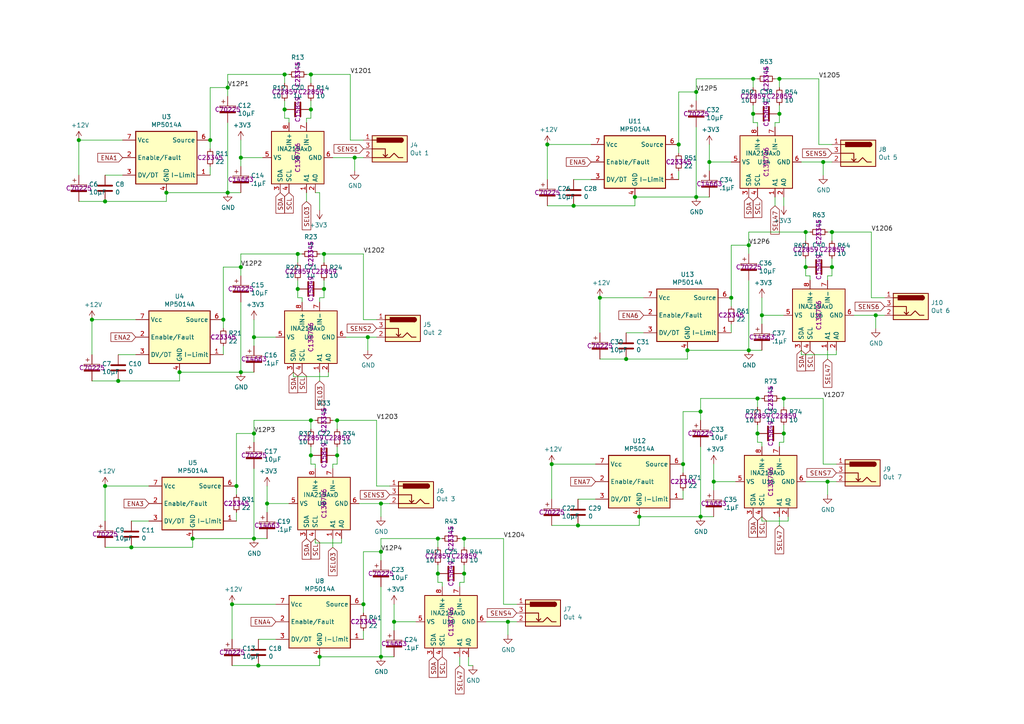
<source format=kicad_sch>
(kicad_sch (version 20220104) (generator eeschema)
  (paper "A4")
  (junction (at 73.66 97.79) (diameter 1.016))
  (junction (at 114.3 180.34) (diameter 1.016))
  (junction (at 166.37 59.69) (diameter 1.016))
  (junction (at 69.85 107.95) (diameter 1.016))
  (junction (at 127 156.21) (diameter 1.016))
  (junction (at 105.41 175.26) (diameter 1.016))
  (junction (at 184.15 57.15) (diameter 1.016))
  (junction (at 110.49 160.02) (diameter 1.016))
  (junction (at 201.93 57.15) (diameter 1.016))
  (junction (at 66.04 55.88) (diameter 1.016))
  (junction (at 86.36 73.66) (diameter 1.016))
  (junction (at 241.3 67.31) (diameter 1.016))
  (junction (at 173.99 86.36) (diameter 1.016))
  (junction (at 73.66 156.21) (diameter 1.016))
  (junction (at 220.98 91.44) (diameter 1.016))
  (junction (at 26.67 92.71) (diameter 1.016))
  (junction (at 134.62 156.21) (diameter 1.016))
  (junction (at 48.26 55.88) (diameter 1.016))
  (junction (at 217.17 101.6) (diameter 1.016))
  (junction (at 30.48 140.97) (diameter 1.016))
  (junction (at 160.02 134.62) (diameter 1.016))
  (junction (at 92.71 190.5) (diameter 1.016))
  (junction (at 55.88 156.21) (diameter 1.016))
  (junction (at 203.2 149.86) (diameter 1.016))
  (junction (at 147.32 180.34) (diameter 1.016))
  (junction (at 218.44 33.02) (diameter 1.016))
  (junction (at 86.36 83.82) (diameter 1.016))
  (junction (at 205.74 46.99) (diameter 1.016))
  (junction (at 207.01 139.7) (diameter 1.016))
  (junction (at 217.17 71.12) (diameter 1.016))
  (junction (at 34.29 110.49) (diameter 1.016))
  (junction (at 201.93 26.67) (diameter 1.016))
  (junction (at 68.58 140.97) (diameter 1.016))
  (junction (at 73.66 125.73) (diameter 1.016))
  (junction (at 69.85 45.72) (diameter 1.016))
  (junction (at 241.3 77.47) (diameter 1.016))
  (junction (at 203.2 119.38) (diameter 1.016))
  (junction (at 90.17 121.92) (diameter 1.016))
  (junction (at 185.42 149.86) (diameter 1.016))
  (junction (at 74.93 193.04) (diameter 1.016))
  (junction (at 198.12 134.62) (diameter 1.016))
  (junction (at 127 166.37) (diameter 1.016))
  (junction (at 64.77 92.71) (diameter 1.016))
  (junction (at 60.96 40.64) (diameter 1.016))
  (junction (at 219.71 125.73) (diameter 1.016))
  (junction (at 158.75 41.91) (diameter 1.016))
  (junction (at 106.68 97.79) (diameter 1.016))
  (junction (at 93.98 83.82) (diameter 1.016))
  (junction (at 226.06 33.02) (diameter 1.016))
  (junction (at 30.48 58.42) (diameter 1.016))
  (junction (at 196.85 41.91) (diameter 1.016))
  (junction (at 90.17 132.08) (diameter 1.016))
  (junction (at 66.04 25.4) (diameter 1.016))
  (junction (at 82.55 31.75) (diameter 1.016))
  (junction (at 240.03 139.7) (diameter 1.016))
  (junction (at 254 91.44) (diameter 1.016))
  (junction (at 226.06 22.86) (diameter 1.016))
  (junction (at 93.98 73.66) (diameter 1.016))
  (junction (at 199.39 101.6) (diameter 1.016))
  (junction (at 238.76 46.99) (diameter 1.016))
  (junction (at 218.44 22.86) (diameter 1.016))
  (junction (at 97.79 132.08) (diameter 1.016))
  (junction (at 233.68 77.47) (diameter 1.016))
  (junction (at 227.33 115.57) (diameter 1.016))
  (junction (at 90.17 21.59) (diameter 1.016))
  (junction (at 102.87 45.72) (diameter 1.016))
  (junction (at 134.62 166.37) (diameter 1.016))
  (junction (at 77.47 146.05) (diameter 1.016))
  (junction (at 110.49 190.5) (diameter 1.016))
  (junction (at 181.61 104.14) (diameter 1.016))
  (junction (at 97.79 121.92) (diameter 1.016))
  (junction (at 167.64 152.4) (diameter 1.016))
  (junction (at 52.07 107.95) (diameter 1.016))
  (junction (at 22.86 40.64) (diameter 1.016))
  (junction (at 219.71 115.57) (diameter 1.016))
  (junction (at 82.55 21.59) (diameter 1.016))
  (junction (at 233.68 67.31) (diameter 1.016))
  (junction (at 227.33 125.73) (diameter 1.016))
  (junction (at 110.49 146.05) (diameter 1.016))
  (junction (at 67.31 175.26) (diameter 1.016))
  (junction (at 38.1 158.75) (diameter 1.016))
  (junction (at 212.09 86.36) (diameter 1.016))
  (junction (at 90.17 31.75) (diameter 1.016))
  (junction (at 69.85 77.47) (diameter 1.016))
  (wire (pts (xy 220.98 91.44) (xy 220.98 86.36)))
  (wire (pts (xy 158.75 52.07) (xy 158.75 41.91)))
  (wire (pts (xy 69.85 73.66) (xy 86.36 73.66)))
  (wire (pts (xy 109.22 121.92) (xy 109.22 140.97)))
  (wire (pts (xy 96.52 121.92) (xy 97.79 121.92)))
  (wire (pts (xy 69.85 45.72) (xy 69.85 40.64)))
  (wire (pts (xy 127 168.91) (xy 127 166.37)))
  (wire (pts (xy 219.71 123.19) (xy 219.71 125.73)))
  (wire (pts (xy 30.48 58.42) (xy 48.26 58.42)))
  (wire (pts (xy 93.98 86.36) (xy 93.98 83.82)))
  (wire (pts (xy 83.82 34.29) (xy 82.55 34.29)))
  (wire (pts (xy 201.93 57.15) (xy 205.74 57.15)))
  (wire (pts (xy 110.49 190.5) (xy 114.3 190.5)))
  (wire (pts (xy 60.96 25.4) (xy 66.04 25.4)))
  (wire (pts (xy 135.89 190.5) (xy 135.89 193.04)))
  (wire (pts (xy 232.41 102.87) (xy 232.41 101.6)))
  (wire (pts (xy 242.57 101.6) (xy 242.57 102.87)))
  (wire (pts (xy 242.57 102.87) (xy 232.41 102.87)))
  (wire (pts (xy 196.85 26.67) (xy 201.93 26.67)))
  (wire (pts (xy 38.1 158.75) (xy 55.88 158.75)))
  (wire (pts (xy 196.85 49.53) (xy 196.85 52.07)))
  (wire (pts (xy 226.06 22.86) (xy 237.49 22.86)))
  (wire (pts (xy 67.31 193.04) (xy 74.93 193.04)))
  (wire (pts (xy 64.77 100.33) (xy 64.77 102.87)))
  (wire (pts (xy 133.35 190.5) (xy 133.35 193.04)))
  (wire (pts (xy 68.58 148.59) (xy 68.58 151.13)))
  (wire (pts (xy 220.98 128.27) (xy 220.98 129.54)))
  (wire (pts (xy 73.66 125.73) (xy 73.66 128.27)))
  (wire (pts (xy 55.88 158.75) (xy 55.88 156.21)))
  (wire (pts (xy 241.3 74.93) (xy 241.3 77.47)))
  (wire (pts (xy 73.66 97.79) (xy 73.66 100.33)))
  (wire (pts (xy 22.86 58.42) (xy 30.48 58.42)))
  (wire (pts (xy 181.61 104.14) (xy 199.39 104.14)))
  (wire (pts (xy 160.02 134.62) (xy 172.72 134.62)))
  (wire (pts (xy 82.55 21.59) (xy 82.55 24.13)))
  (wire (pts (xy 34.29 110.49) (xy 52.07 110.49)))
  (wire (pts (xy 238.76 115.57) (xy 238.76 134.62)))
  (wire (pts (xy 90.17 34.29) (xy 90.17 31.75)))
  (wire (pts (xy 38.1 151.13) (xy 43.18 151.13)))
  (wire (pts (xy 64.77 77.47) (xy 69.85 77.47)))
  (wire (pts (xy 201.93 22.86) (xy 218.44 22.86)))
  (wire (pts (xy 86.36 86.36) (xy 86.36 83.82)))
  (wire (pts (xy 218.44 35.56) (xy 218.44 33.02)))
  (wire (pts (xy 90.17 121.92) (xy 90.17 124.46)))
  (wire (pts (xy 127 163.83) (xy 127 166.37)))
  (wire (pts (xy 167.64 144.78) (xy 172.72 144.78)))
  (wire (pts (xy 87.63 86.36) (xy 87.63 87.63)))
  (wire (pts (xy 91.44 134.62) (xy 91.44 135.89)))
  (wire (pts (xy 30.48 158.75) (xy 38.1 158.75)))
  (wire (pts (xy 134.62 156.21) (xy 134.62 158.75)))
  (wire (pts (xy 140.97 180.34) (xy 147.32 180.34)))
  (wire (pts (xy 241.3 46.99) (xy 238.76 46.99)))
  (wire (pts (xy 224.79 35.56) (xy 226.06 35.56)))
  (wire (pts (xy 114.3 180.34) (xy 114.3 182.88)))
  (wire (pts (xy 128.27 168.91) (xy 127 168.91)))
  (wire (pts (xy 203.2 119.38) (xy 203.2 121.92)))
  (wire (pts (xy 203.2 149.86) (xy 207.01 149.86)))
  (wire (pts (xy 48.26 55.88) (xy 66.04 55.88)))
  (wire (pts (xy 240.03 80.01) (xy 241.3 80.01)))
  (wire (pts (xy 212.09 71.12) (xy 212.09 86.36)))
  (wire (pts (xy 69.85 77.47) (xy 69.85 80.01)))
  (wire (pts (xy 226.06 128.27) (xy 227.33 128.27)))
  (wire (pts (xy 220.98 151.13) (xy 220.98 149.86)))
  (wire (pts (xy 228.6 149.86) (xy 228.6 151.13)))
  (wire (pts (xy 228.6 151.13) (xy 220.98 151.13)))
  (wire (pts (xy 232.41 46.99) (xy 238.76 46.99)))
  (wire (pts (xy 205.74 46.99) (xy 205.74 41.91)))
  (wire (pts (xy 60.96 40.64) (xy 60.96 43.18)))
  (wire (pts (xy 227.33 115.57) (xy 238.76 115.57)))
  (wire (pts (xy 226.06 149.86) (xy 226.06 152.4)))
  (wire (pts (xy 105.41 160.02) (xy 110.49 160.02)))
  (wire (pts (xy 160.02 152.4) (xy 167.64 152.4)))
  (wire (pts (xy 68.58 140.97) (xy 68.58 143.51)))
  (wire (pts (xy 93.98 81.28) (xy 93.98 83.82)))
  (wire (pts (xy 184.15 57.15) (xy 201.93 57.15)))
  (wire (pts (xy 66.04 35.56) (xy 66.04 55.88)))
  (wire (pts (xy 30.48 151.13) (xy 30.48 140.97)))
  (wire (pts (xy 205.74 46.99) (xy 205.74 49.53)))
  (wire (pts (xy 146.05 156.21) (xy 146.05 175.26)))
  (wire (pts (xy 101.6 21.59) (xy 101.6 40.64)))
  (wire (pts (xy 96.52 156.21) (xy 96.52 158.75)))
  (wire (pts (xy 86.36 81.28) (xy 86.36 83.82)))
  (wire (pts (xy 105.41 175.26) (xy 105.41 177.8)))
  (wire (pts (xy 90.17 134.62) (xy 90.17 132.08)))
  (wire (pts (xy 203.2 129.54) (xy 203.2 149.86)))
  (wire (pts (xy 196.85 26.67) (xy 196.85 41.91)))
  (wire (pts (xy 90.17 21.59) (xy 90.17 24.13)))
  (wire (pts (xy 74.93 185.42) (xy 80.01 185.42)))
  (wire (pts (xy 133.35 168.91) (xy 134.62 168.91)))
  (wire (pts (xy 199.39 101.6) (xy 217.17 101.6)))
  (wire (pts (xy 77.47 146.05) (xy 77.47 140.97)))
  (wire (pts (xy 201.93 26.67) (xy 201.93 29.21)))
  (wire (pts (xy 234.95 80.01) (xy 234.95 81.28)))
  (wire (pts (xy 207.01 139.7) (xy 207.01 134.62)))
  (wire (pts (xy 219.71 128.27) (xy 219.71 125.73)))
  (wire (pts (xy 113.03 146.05) (xy 110.49 146.05)))
  (wire (pts (xy 69.85 45.72) (xy 69.85 48.26)))
  (wire (pts (xy 73.66 156.21) (xy 77.47 156.21)))
  (wire (pts (xy 30.48 50.8) (xy 35.56 50.8)))
  (wire (pts (xy 92.71 107.95) (xy 92.71 110.49)))
  (wire (pts (xy 133.35 168.91) (xy 133.35 170.18)))
  (wire (pts (xy 66.04 25.4) (xy 66.04 27.94)))
  (wire (pts (xy 92.71 86.36) (xy 92.71 87.63)))
  (wire (pts (xy 67.31 185.42) (xy 67.31 175.26)))
  (wire (pts (xy 201.93 22.86) (xy 201.93 26.67)))
  (wire (pts (xy 120.65 180.34) (xy 114.3 180.34)))
  (wire (pts (xy 185.42 152.4) (xy 185.42 149.86)))
  (wire (pts (xy 247.65 91.44) (xy 254 91.44)))
  (wire (pts (xy 224.79 57.15) (xy 224.79 59.69)))
  (wire (pts (xy 127 156.21) (xy 128.27 156.21)))
  (wire (pts (xy 69.85 73.66) (xy 69.85 77.47)))
  (wire (pts (xy 105.41 182.88) (xy 105.41 185.42)))
  (wire (pts (xy 240.03 67.31) (xy 241.3 67.31)))
  (wire (pts (xy 67.31 175.26) (xy 80.01 175.26)))
  (wire (pts (xy 104.14 146.05) (xy 110.49 146.05)))
  (wire (pts (xy 227.33 128.27) (xy 227.33 125.73)))
  (wire (pts (xy 90.17 29.21) (xy 90.17 31.75)))
  (wire (pts (xy 77.47 146.05) (xy 77.47 148.59)))
  (wire (pts (xy 213.36 139.7) (xy 207.01 139.7)))
  (wire (pts (xy 240.03 139.7) (xy 240.03 143.51)))
  (wire (pts (xy 240.03 101.6) (xy 240.03 104.14)))
  (wire (pts (xy 203.2 115.57) (xy 219.71 115.57)))
  (wire (pts (xy 88.9 34.29) (xy 88.9 35.56)))
  (wire (pts (xy 241.3 67.31) (xy 241.3 69.85)))
  (wire (pts (xy 82.55 21.59) (xy 83.82 21.59)))
  (wire (pts (xy 212.09 86.36) (xy 212.09 88.9)))
  (wire (pts (xy 166.37 52.07) (xy 171.45 52.07)))
  (wire (pts (xy 83.82 146.05) (xy 77.47 146.05)))
  (wire (pts (xy 227.33 57.15) (xy 227.33 59.69)))
  (wire (pts (xy 22.86 50.8) (xy 22.86 40.64)))
  (wire (pts (xy 237.49 22.86) (xy 237.49 41.91)))
  (wire (pts (xy 217.17 67.31) (xy 217.17 71.12)))
  (wire (pts (xy 88.9 55.88) (xy 88.9 58.42)))
  (wire (pts (xy 218.44 22.86) (xy 219.71 22.86)))
  (wire (pts (xy 224.79 22.86) (xy 226.06 22.86)))
  (wire (pts (xy 238.76 46.99) (xy 238.76 50.8)))
  (wire (pts (xy 219.71 115.57) (xy 220.98 115.57)))
  (wire (pts (xy 219.71 115.57) (xy 219.71 118.11)))
  (wire (pts (xy 66.04 55.88) (xy 69.85 55.88)))
  (wire (pts (xy 198.12 142.24) (xy 198.12 144.78)))
  (wire (pts (xy 48.26 58.42) (xy 48.26 55.88)))
  (wire (pts (xy 166.37 59.69) (xy 184.15 59.69)))
  (wire (pts (xy 92.71 193.04) (xy 92.71 190.5)))
  (wire (pts (xy 127 156.21) (xy 127 158.75)))
  (wire (pts (xy 87.63 86.36) (xy 86.36 86.36)))
  (wire (pts (xy 26.67 92.71) (xy 39.37 92.71)))
  (wire (pts (xy 69.85 107.95) (xy 73.66 107.95)))
  (wire (pts (xy 256.54 91.44) (xy 254 91.44)))
  (wire (pts (xy 218.44 22.86) (xy 218.44 25.4)))
  (wire (pts (xy 185.42 149.86) (xy 203.2 149.86)))
  (wire (pts (xy 158.75 59.69) (xy 166.37 59.69)))
  (wire (pts (xy 105.41 92.71) (xy 109.22 92.71)))
  (wire (pts (xy 217.17 71.12) (xy 217.17 73.66)))
  (wire (pts (xy 93.98 73.66) (xy 105.41 73.66)))
  (wire (pts (xy 217.17 67.31) (xy 233.68 67.31)))
  (wire (pts (xy 184.15 59.69) (xy 184.15 57.15)))
  (wire (pts (xy 97.79 134.62) (xy 97.79 132.08)))
  (wire (pts (xy 85.09 109.22) (xy 85.09 107.95)))
  (wire (pts (xy 95.25 107.95) (xy 95.25 109.22)))
  (wire (pts (xy 95.25 109.22) (xy 85.09 109.22)))
  (wire (pts (xy 110.49 170.18) (xy 110.49 190.5)))
  (wire (pts (xy 82.55 29.21) (xy 82.55 31.75)))
  (wire (pts (xy 203.2 115.57) (xy 203.2 119.38)))
  (wire (pts (xy 201.93 36.83) (xy 201.93 57.15)))
  (wire (pts (xy 106.68 97.79) (xy 106.68 101.6)))
  (wire (pts (xy 92.71 55.88) (xy 91.44 55.88)))
  (wire (pts (xy 92.71 60.96) (xy 92.71 55.88)))
  (wire (pts (xy 109.22 140.97) (xy 113.03 140.97)))
  (wire (pts (xy 110.49 156.21) (xy 110.49 160.02)))
  (wire (pts (xy 91.44 134.62) (xy 90.17 134.62)))
  (wire (pts (xy 220.98 128.27) (xy 219.71 128.27)))
  (wire (pts (xy 82.55 34.29) (xy 82.55 31.75)))
  (wire (pts (xy 240.03 80.01) (xy 240.03 81.28)))
  (wire (pts (xy 110.49 146.05) (xy 110.49 149.86)))
  (wire (pts (xy 173.99 86.36) (xy 186.69 86.36)))
  (wire (pts (xy 233.68 67.31) (xy 233.68 69.85)))
  (wire (pts (xy 91.44 157.48) (xy 91.44 156.21)))
  (wire (pts (xy 99.06 156.21) (xy 99.06 157.48)))
  (wire (pts (xy 99.06 157.48) (xy 91.44 157.48)))
  (wire (pts (xy 73.66 135.89) (xy 73.66 156.21)))
  (wire (pts (xy 212.09 71.12) (xy 217.17 71.12)))
  (wire (pts (xy 110.49 160.02) (xy 110.49 162.56)))
  (wire (pts (xy 90.17 21.59) (xy 101.6 21.59)))
  (wire (pts (xy 60.96 48.26) (xy 60.96 50.8)))
  (wire (pts (xy 198.12 119.38) (xy 203.2 119.38)))
  (wire (pts (xy 105.41 45.72) (xy 102.87 45.72)))
  (wire (pts (xy 158.75 41.91) (xy 171.45 41.91)))
  (wire (pts (xy 254 91.44) (xy 254 95.25)))
  (wire (pts (xy 181.61 96.52) (xy 186.69 96.52)))
  (wire (pts (xy 110.49 156.21) (xy 127 156.21)))
  (wire (pts (xy 101.6 40.64) (xy 105.41 40.64)))
  (wire (pts (xy 102.87 45.72) (xy 102.87 49.53)))
  (wire (pts (xy 233.68 139.7) (xy 240.03 139.7)))
  (wire (pts (xy 227.33 91.44) (xy 220.98 91.44)))
  (wire (pts (xy 114.3 180.34) (xy 114.3 175.26)))
  (wire (pts (xy 73.66 121.92) (xy 90.17 121.92)))
  (wire (pts (xy 80.01 97.79) (xy 73.66 97.79)))
  (wire (pts (xy 217.17 81.28) (xy 217.17 101.6)))
  (wire (pts (xy 238.76 134.62) (xy 242.57 134.62)))
  (wire (pts (xy 92.71 73.66) (xy 93.98 73.66)))
  (wire (pts (xy 226.06 115.57) (xy 227.33 115.57)))
  (wire (pts (xy 60.96 25.4) (xy 60.96 40.64)))
  (wire (pts (xy 219.71 35.56) (xy 218.44 35.56)))
  (wire (pts (xy 26.67 102.87) (xy 26.67 92.71)))
  (wire (pts (xy 135.89 193.04) (xy 137.16 193.04)))
  (wire (pts (xy 226.06 22.86) (xy 226.06 25.4)))
  (wire (pts (xy 86.36 73.66) (xy 87.63 73.66)))
  (wire (pts (xy 68.58 125.73) (xy 68.58 140.97)))
  (wire (pts (xy 234.95 80.01) (xy 233.68 80.01)))
  (wire (pts (xy 105.41 160.02) (xy 105.41 175.26)))
  (wire (pts (xy 76.2 45.72) (xy 69.85 45.72)))
  (wire (pts (xy 226.06 30.48) (xy 226.06 33.02)))
  (wire (pts (xy 241.3 67.31) (xy 252.73 67.31)))
  (wire (pts (xy 96.52 134.62) (xy 96.52 135.89)))
  (wire (pts (xy 242.57 139.7) (xy 240.03 139.7)))
  (wire (pts (xy 252.73 86.36) (xy 256.54 86.36)))
  (wire (pts (xy 88.9 34.29) (xy 90.17 34.29)))
  (wire (pts (xy 227.33 123.19) (xy 227.33 125.73)))
  (wire (pts (xy 134.62 156.21) (xy 146.05 156.21)))
  (wire (pts (xy 69.85 87.63) (xy 69.85 107.95)))
  (wire (pts (xy 97.79 121.92) (xy 97.79 124.46)))
  (wire (pts (xy 97.79 129.54) (xy 97.79 132.08)))
  (wire (pts (xy 212.09 46.99) (xy 205.74 46.99)))
  (wire (pts (xy 224.79 35.56) (xy 224.79 36.83)))
  (wire (pts (xy 26.67 110.49) (xy 34.29 110.49)))
  (wire (pts (xy 90.17 129.54) (xy 90.17 132.08)))
  (wire (pts (xy 173.99 96.52) (xy 173.99 86.36)))
  (wire (pts (xy 207.01 139.7) (xy 207.01 142.24)))
  (wire (pts (xy 55.88 156.21) (xy 73.66 156.21)))
  (wire (pts (xy 66.04 21.59) (xy 82.55 21.59)))
  (wire (pts (xy 128.27 168.91) (xy 128.27 170.18)))
  (wire (pts (xy 73.66 121.92) (xy 73.66 125.73)))
  (wire (pts (xy 199.39 104.14) (xy 199.39 101.6)))
  (wire (pts (xy 167.64 152.4) (xy 185.42 152.4)))
  (wire (pts (xy 217.17 101.6) (xy 220.98 101.6)))
  (wire (pts (xy 134.62 163.83) (xy 134.62 166.37)))
  (wire (pts (xy 198.12 119.38) (xy 198.12 134.62)))
  (wire (pts (xy 233.68 80.01) (xy 233.68 77.47)))
  (wire (pts (xy 241.3 80.01) (xy 241.3 77.47)))
  (wire (pts (xy 66.04 21.59) (xy 66.04 25.4)))
  (wire (pts (xy 196.85 41.91) (xy 196.85 44.45)))
  (wire (pts (xy 30.48 140.97) (xy 43.18 140.97)))
  (wire (pts (xy 133.35 156.21) (xy 134.62 156.21)))
  (wire (pts (xy 93.98 73.66) (xy 93.98 76.2)))
  (wire (pts (xy 226.06 35.56) (xy 226.06 33.02)))
  (wire (pts (xy 22.86 40.64) (xy 35.56 40.64)))
  (wire (pts (xy 96.52 134.62) (xy 97.79 134.62)))
  (wire (pts (xy 90.17 121.92) (xy 91.44 121.92)))
  (wire (pts (xy 105.41 73.66) (xy 105.41 92.71)))
  (wire (pts (xy 233.68 74.93) (xy 233.68 77.47)))
  (wire (pts (xy 146.05 175.26) (xy 149.86 175.26)))
  (wire (pts (xy 134.62 168.91) (xy 134.62 166.37)))
  (wire (pts (xy 233.68 67.31) (xy 234.95 67.31)))
  (wire (pts (xy 34.29 102.87) (xy 39.37 102.87)))
  (wire (pts (xy 198.12 134.62) (xy 198.12 137.16)))
  (wire (pts (xy 73.66 97.79) (xy 73.66 92.71)))
  (wire (pts (xy 160.02 144.78) (xy 160.02 134.62)))
  (wire (pts (xy 220.98 91.44) (xy 220.98 93.98)))
  (wire (pts (xy 64.77 77.47) (xy 64.77 92.71)))
  (wire (pts (xy 227.33 115.57) (xy 227.33 118.11)))
  (wire (pts (xy 88.9 21.59) (xy 90.17 21.59)))
  (wire (pts (xy 64.77 92.71) (xy 64.77 95.25)))
  (wire (pts (xy 68.58 125.73) (xy 73.66 125.73)))
  (wire (pts (xy 96.52 45.72) (xy 102.87 45.72)))
  (wire (pts (xy 97.79 121.92) (xy 109.22 121.92)))
  (wire (pts (xy 147.32 180.34) (xy 147.32 184.15)))
  (wire (pts (xy 92.71 86.36) (xy 93.98 86.36)))
  (wire (pts (xy 252.73 67.31) (xy 252.73 86.36)))
  (wire (pts (xy 237.49 41.91) (xy 241.3 41.91)))
  (wire (pts (xy 52.07 110.49) (xy 52.07 107.95)))
  (wire (pts (xy 219.71 35.56) (xy 219.71 36.83)))
  (wire (pts (xy 218.44 30.48) (xy 218.44 33.02)))
  (wire (pts (xy 52.07 107.95) (xy 69.85 107.95)))
  (wire (pts (xy 86.36 73.66) (xy 86.36 76.2)))
  (wire (pts (xy 149.86 180.34) (xy 147.32 180.34)))
  (wire (pts (xy 92.71 190.5) (xy 110.49 190.5)))
  (wire (pts (xy 83.82 34.29) (xy 83.82 35.56)))
  (wire (pts (xy 212.09 93.98) (xy 212.09 96.52)))
  (wire (pts (xy 100.33 97.79) (xy 106.68 97.79)))
  (wire (pts (xy 226.06 128.27) (xy 226.06 129.54)))
  (wire (pts (xy 173.99 104.14) (xy 181.61 104.14)))
  (wire (pts (xy 109.22 97.79) (xy 106.68 97.79)))
  (wire (pts (xy 74.93 193.04) (xy 92.71 193.04)))
  (label "V12O4" (at 146.05 156.21 0))
  (label "V12O7" (at 238.76 115.57 0))
  (label "V12O5" (at 237.49 22.86 0))
  (label "V12P1" (at 66.04 25.4 0))
  (label "V12O3" (at 109.22 121.92 0))
  (label "V12O2" (at 105.41 73.66 0))
  (label "V12P4" (at 110.49 160.02 0))
  (label "V12P5" (at 201.93 26.67 0))
  (label "V12P3" (at 73.66 125.73 0))
  (label "V12P6" (at 217.17 71.12 0))
  (label "V12O1" (at 101.6 21.59 0))
  (label "V12O6" (at 252.73 67.31 0))
  (label "V12P2" (at 69.85 77.47 0))
  (global_label "SDA" (shape input) (at 88.9 156.21 270) (property "Intersheet References" "${INTERSHEET_REFS}" (effects hide)))
  (global_label "SDA" (shape input) (at 81.28 55.88 270) (property "Intersheet References" "${INTERSHEET_REFS}" (effects hide)))
  (global_label "SDA" (shape input) (at 232.41 101.6 270) (property "Intersheet References" "${INTERSHEET_REFS}" (effects hide)))
  (global_label "SEL03" (shape input) (at 96.52 158.75 270) (property "Intersheet References" "${INTERSHEET_REFS}" (effects hide)))
  (global_label "ENA4" (shape input) (at 80.01 180.34 180) (property "Intersheet References" "${INTERSHEET_REFS}" (effects hide)))
  (global_label "SENS5" (shape input) (at 241.3 44.45 180) (property "Intersheet References" "${INTERSHEET_REFS}" (effects hide)))
  (global_label "SCL" (shape input) (at 87.63 107.95 270) (property "Intersheet References" "${INTERSHEET_REFS}" (effects hide)))
  (global_label "SENS7" (shape input) (at 242.57 137.16 180) (property "Intersheet References" "${INTERSHEET_REFS}" (effects hide)))
  (global_label "ENA1" (shape input) (at 35.56 45.72 180) (property "Intersheet References" "${INTERSHEET_REFS}" (effects hide)))
  (global_label "ENA2" (shape input) (at 39.37 97.79 180) (property "Intersheet References" "${INTERSHEET_REFS}" (effects hide)))
  (global_label "SENS1" (shape input) (at 105.41 43.18 180) (property "Intersheet References" "${INTERSHEET_REFS}" (effects hide)))
  (global_label "ENA3" (shape input) (at 43.18 146.05 180) (property "Intersheet References" "${INTERSHEET_REFS}" (effects hide)))
  (global_label "SCL" (shape input) (at 220.98 149.86 270) (property "Intersheet References" "${INTERSHEET_REFS}" (effects hide)))
  (global_label "SEL47" (shape input) (at 224.79 59.69 270) (property "Intersheet References" "${INTERSHEET_REFS}" (effects hide)))
  (global_label "SEL47" (shape input) (at 240.03 104.14 270) (property "Intersheet References" "${INTERSHEET_REFS}" (effects hide)))
  (global_label "SCL" (shape input) (at 219.71 57.15 270) (property "Intersheet References" "${INTERSHEET_REFS}" (effects hide)))
  (global_label "SEL03" (shape input) (at 88.9 58.42 270) (property "Intersheet References" "${INTERSHEET_REFS}" (effects hide)))
  (global_label "SEL03" (shape input) (at 92.71 110.49 270) (property "Intersheet References" "${INTERSHEET_REFS}" (effects hide)))
  (global_label "SDA" (shape input) (at 85.09 107.95 270) (property "Intersheet References" "${INTERSHEET_REFS}" (effects hide)))
  (global_label "SCL" (shape input) (at 128.27 190.5 270) (property "Intersheet References" "${INTERSHEET_REFS}" (effects hide)))
  (global_label "SEL47" (shape input) (at 133.35 193.04 270) (property "Intersheet References" "${INTERSHEET_REFS}" (effects hide)))
  (global_label "SENS3" (shape input) (at 113.03 143.51 180) (property "Intersheet References" "${INTERSHEET_REFS}" (effects hide)))
  (global_label "ENA7" (shape input) (at 172.72 139.7 180) (property "Intersheet References" "${INTERSHEET_REFS}" (effects hide)))
  (global_label "SENS2" (shape input) (at 109.22 95.25 180) (property "Intersheet References" "${INTERSHEET_REFS}" (effects hide)))
  (global_label "SDA" (shape input) (at 125.73 190.5 270) (property "Intersheet References" "${INTERSHEET_REFS}" (effects hide)))
  (global_label "SENS4" (shape input) (at 149.86 177.8 180) (property "Intersheet References" "${INTERSHEET_REFS}" (effects hide)))
  (global_label "ENA6" (shape input) (at 186.69 91.44 180) (property "Intersheet References" "${INTERSHEET_REFS}" (effects hide)))
  (global_label "SDA" (shape input) (at 217.17 57.15 270) (property "Intersheet References" "${INTERSHEET_REFS}" (effects hide)))
  (global_label "SCL" (shape input) (at 234.95 101.6 270) (property "Intersheet References" "${INTERSHEET_REFS}" (effects hide)))
  (global_label "SDA" (shape input) (at 218.44 149.86 270) (property "Intersheet References" "${INTERSHEET_REFS}" (effects hide)))
  (global_label "SCL" (shape input) (at 83.82 55.88 270) (property "Intersheet References" "${INTERSHEET_REFS}" (effects hide)))
  (global_label "ENA5" (shape input) (at 171.45 46.99 180) (property "Intersheet References" "${INTERSHEET_REFS}" (effects hide)))
  (global_label "SENS6" (shape input) (at 256.54 88.9 180) (property "Intersheet References" "${INTERSHEET_REFS}" (effects hide)))
  (global_label "SCL" (shape input) (at 91.44 156.21 270) (property "Intersheet References" "${INTERSHEET_REFS}" (effects hide)))
  (global_label "SEL47" (shape input) (at 226.06 152.4 270) (property "Intersheet References" "${INTERSHEET_REFS}" (effects hide)))
  (symbol (lib_id "localstuff:GND") (at 147.32 184.15 0) (unit 1)
    (property "Reference" "#PWR0116" (effects hide))
    (property "Value" "GND" (at 147.4343 188.4744 0))
  )
  (symbol (lib_id "localstuff:+12V") (at 30.48 140.97 0) (unit 1)
    (property "Reference" "#PWR0113" (effects hide))
    (property "Value" "+12V" (at 30.8483 136.6456 0))
  )
  (symbol (lib_id "localparts:CP_100n_50V_0603") (at 77.47 152.4 0) (unit 1)
    (property "Reference" "C19" (at 80.3911 151.2506 0) (effects (justify left)))
    (property "Value" ".1µF" (at 80.3911 153.5493 0) (effects (justify left)))
    (property "Footprint" "Capacitor_SMD:C_0603_1608Metric" (effects hide))
    (property "LCSC" "C14663" (at 77.47 152.4 0))
  )
  (symbol (lib_id "Connector:Barrel_Jack_Switch") (at 113.03 43.18 0) (mirror y) (unit 1) (in_bom no)
    (property "Reference" "J4" (at 118.8721 42.0814 0) (effects (justify right)))
    (property "Value" "Out 1" (at 118.8721 44.3801 0) (effects (justify right)))
    (property "Footprint" "localstuff:Barrel Jack locking" (effects hide))
  )
  (symbol (lib_id "localstuff:+12V") (at 67.31 175.26 0) (unit 1)
    (property "Reference" "#PWR0115" (effects hide))
    (property "Value" "+12V" (at 67.6783 170.9356 0))
  )
  (symbol (lib_id "localparts:CP_10µ_16V_0603") (at 22.86 54.61 0) (unit 1)
    (property "Reference" "C6" (at 25.7811 53.4606 0) (effects (justify left)))
    (property "Value" "10µF" (at 25.7811 55.7593 0) (effects (justify left)))
    (property "Footprint" "Capacitor_SMD:C_0603_1608Metric" (effects hide))
    (property "LCSC" "C70225" (at 22.86 54.61 0))
  )
  (symbol (lib_id "localstuff:GND") (at 238.76 50.8 0) (unit 1)
    (property "Reference" "#PWR0133" (effects hide))
    (property "Value" "GND" (at 238.8743 55.1244 0))
  )
  (symbol (lib_name "R_X1_0805_1") (lib_id "localparts:R_X1_0805") (at 90.17 73.66 90) (unit 1)
    (property "Reference" "R23" (at 90.17 68.713 90))
    (property "Value" ".1" (at 90.17 71.0119 90))
    (property "Footprint" "Resistor_SMD:R_0805_2012Metric" (effects hide))
    (property "JLC" "C23345" (at 90.17 73.66 0))
    (property "LCSC" "C23345" (at 90.17 73.66 0))
  )
  (symbol (lib_name "R_X1_0805_2") (lib_id "localparts:R_X1_0805") (at 86.36 21.59 90) (unit 1)
    (property "Reference" "R13" (at 86.36 16.643 90))
    (property "Value" ".1" (at 86.36 18.9419 90))
    (property "Footprint" "Resistor_SMD:R_0805_2012Metric" (effects hide))
    (property "JLC" "C23345" (at 86.36 21.59 0))
    (property "LCSC" "C23345" (at 86.36 21.59 0))
  )
  (symbol (lib_id "localstuff:INA219AxD") (at 130.81 180.34 90) (mirror x) (unit 1)
    (property "Reference" "U10" (at 130.1558 180.34 90))
    (property "Value" "INA219AxD" (at 129.9145 177.8 90))
    (property "Footprint" "Package_SO:SOIC-8_3.9x4.9mm_P1.27mm" (effects hide))
    (property "Datasheet" "http://www.ti.com/lit/ds/symlink/ina219.pdf" (effects hide))
    (property "LCSC" "C138706" (at 130.81 180.34 0))
  )
  (symbol (lib_name "MP5014A_3") (lib_id "localstuff:MP5014A") (at 185.42 139.7 0) (unit 1)
    (property "Reference" "U12" (at 185.42 127.8698 0))
    (property "Value" "MP5014A" (at 185.42 130.1685 0))
    (property "Footprint" "Package_TO_SOT_SMD:TSOT-23-8" (effects hide))
    (property "Datasheet" "https://www.monolithicpower.com/en/documentview/productdocument/index/version/2/document_type/Datasheet/lang/en/sku/MP5014A/" (effects hide))
  )
  (symbol (lib_id "localstuff:GND") (at 73.66 156.21 0) (unit 1)
    (property "Reference" "#PWR0112" (effects hide))
    (property "Value" "GND" (at 73.7743 160.5344 0))
  )
  (symbol (lib_id "localstuff:MP5014A") (at 55.88 146.05 0) (unit 1)
    (property "Reference" "U5" (at 55.88 134.2198 0))
    (property "Value" "MP5014A" (at 55.88 136.5185 0))
    (property "Footprint" "Package_TO_SOT_SMD:TSOT-23-8" (effects hide))
    (property "Datasheet" "https://www.monolithicpower.com/en/documentview/productdocument/index/version/2/document_type/Datasheet/lang/en/sku/MP5014A/" (effects hide))
  )
  (symbol (lib_id "localparts:R_10_0603") (at 134.62 161.29 180) (unit 1)
    (property "Reference" "R44" (at 136.119 160.141 0) (effects (justify right)))
    (property "Value" "10" (at 136.1187 162.4393 0) (effects (justify right)))
    (property "Footprint" "Resistor_SMD:R_0603_1608Metric" (effects hide))
    (property "LCSC" "C22859" (at 134.62 161.29 0))
  )
  (symbol (lib_id "localstuff:INA219AxD") (at 90.17 97.79 90) (mirror x) (unit 1)
    (property "Reference" "U7" (at 89.5158 97.79 90))
    (property "Value" "INA219AxD" (at 89.2745 95.25 90))
    (property "Footprint" "Package_SO:SOIC-8_3.9x4.9mm_P1.27mm" (effects hide))
    (property "Datasheet" "http://www.ti.com/lit/ds/symlink/ina219.pdf" (effects hide))
    (property "LCSC" "C138706" (at 90.17 97.79 0))
  )
  (symbol (lib_id "localstuff:GND") (at 254 95.25 0) (unit 1)
    (property "Reference" "#PWR0145" (effects hide))
    (property "Value" "GND" (at 254.1143 99.5744 0))
  )
  (symbol (lib_name "MP5014A_6") (lib_id "localstuff:MP5014A") (at 92.71 180.34 0) (unit 1)
    (property "Reference" "U8" (at 92.71 168.5098 0))
    (property "Value" "MP5014A" (at 92.71 170.8085 0))
    (property "Footprint" "Package_TO_SOT_SMD:TSOT-23-8" (effects hide))
    (property "Datasheet" "https://www.monolithicpower.com/en/documentview/productdocument/index/version/2/document_type/Datasheet/lang/en/sku/MP5014A/" (effects hide))
  )
  (symbol (lib_id "localparts:R_10_0603") (at 219.71 120.65 180) (unit 1)
    (property "Reference" "R72" (at 216.129 119.501 0) (effects (justify right)))
    (property "Value" "10" (at 216.1287 121.7993 0) (effects (justify right)))
    (property "Footprint" "Resistor_SMD:R_0603_1608Metric" (effects hide))
    (property "LCSC" "C22859" (at 219.71 120.65 0))
  )
  (symbol (lib_id "localparts:R_10_0603") (at 97.79 127 180) (unit 1)
    (property "Reference" "R34" (at 99.289 125.851 0) (effects (justify right)))
    (property "Value" "10" (at 99.2887 128.1493 0) (effects (justify right)))
    (property "Footprint" "Resistor_SMD:R_0603_1608Metric" (effects hide))
    (property "LCSC" "C22859" (at 97.79 127 0))
  )
  (symbol (lib_id "localparts:R_10_0603") (at 226.06 27.94 180) (unit 1)
    (property "Reference" "R54" (at 227.559 26.791 0) (effects (justify right)))
    (property "Value" "10" (at 227.5587 29.0893 0) (effects (justify right)))
    (property "Footprint" "Resistor_SMD:R_0603_1608Metric" (effects hide))
    (property "LCSC" "C22859" (at 226.06 27.94 0))
  )
  (symbol (lib_id "Device:C") (at 74.93 189.23 0) (unit 1) (in_bom no)
    (property "Reference" "C18" (at 77.8511 188.0806 0) (effects (justify left)))
    (property "Value" "0" (at 77.8511 190.3793 0) (effects (justify left)))
    (property "Footprint" "Resistor_SMD:R_0603_1608Metric_Pad0.98x0.95mm_HandSolder" (effects hide))
  )
  (symbol (lib_id "localparts:R_10_0603") (at 241.3 72.39 180) (unit 1)
    (property "Reference" "R64" (at 242.799 71.241 0) (effects (justify right)))
    (property "Value" "10" (at 242.7987 73.5393 0) (effects (justify right)))
    (property "Footprint" "Resistor_SMD:R_0603_1608Metric" (effects hide))
    (property "LCSC" "C22859" (at 241.3 72.39 0))
  )
  (symbol (lib_name "R_22_0603_6") (lib_id "localparts:R_22_0603") (at 105.41 180.34 180) (unit 1)
    (property "Reference" "R41" (at 106.909 179.191 0) (effects (justify right)))
    (property "Value" "22" (at 106.9087 181.4893 0) (effects (justify right)))
    (property "Footprint" "Resistor_SMD:R_0603_1608Metric" (effects hide))
    (property "JLC" "C23345" (at 105.41 180.34 0))
    (property "LCSC" "C23345" (at 105.41 180.34 0))
  )
  (symbol (lib_id "Connector:Barrel_Jack_Switch") (at 250.19 137.16 0) (mirror y) (unit 1) (in_bom no)
    (property "Reference" "J9" (at 256.0321 136.0614 0) (effects (justify right)))
    (property "Value" "Out 7" (at 256.032 138.36 0) (effects (justify right)))
    (property "Footprint" "localstuff:Barrel Jack locking" (effects hide))
  )
  (symbol (lib_id "localstuff:INA219AxD") (at 93.98 146.05 90) (mirror x) (unit 1)
    (property "Reference" "U9" (at 93.3258 146.05 90))
    (property "Value" "INA219AxD" (at 93.0845 143.51 90))
    (property "Footprint" "Package_SO:SOIC-8_3.9x4.9mm_P1.27mm" (effects hide))
    (property "Datasheet" "http://www.ti.com/lit/ds/symlink/ina219.pdf" (effects hide))
    (property "LCSC" "C138706" (at 93.98 146.05 0))
  )
  (symbol (lib_name "MP5014A_2") (lib_id "localstuff:MP5014A") (at 48.26 45.72 0) (unit 1)
    (property "Reference" "U3" (at 48.26 33.8898 0))
    (property "Value" "MP5014A" (at 48.26 36.1885 0))
    (property "Footprint" "Package_TO_SOT_SMD:TSOT-23-8" (effects hide))
    (property "Datasheet" "https://www.monolithicpower.com/en/documentview/productdocument/index/version/2/document_type/Datasheet/lang/en/sku/MP5014A/" (effects hide))
  )
  (symbol (lib_id "localstuff:GND") (at 106.68 101.6 0) (unit 1)
    (property "Reference" "#PWR0131" (effects hide))
    (property "Value" "GND" (at 106.7943 105.9244 0))
  )
  (symbol (lib_id "localparts:CP_10µ_16V_0603") (at 110.49 166.37 0) (unit 1)
    (property "Reference" "C23" (at 113.4111 165.2206 0) (effects (justify left)))
    (property "Value" "10µF" (at 113.4111 167.5193 0) (effects (justify left)))
    (property "Footprint" "Capacitor_SMD:C_0603_1608Metric" (effects hide))
    (property "LCSC" "C70225" (at 110.49 166.37 0))
  )
  (symbol (lib_id "localparts:CP_1µ_50V_0603") (at 90.17 83.82 90) (unit 1)
    (property "Reference" "C21" (at 90.17 77.4508 90))
    (property "Value" "1µ" (at 90.17 79.75 90))
    (property "Footprint" "Resistor_SMD:R_0603_1608Metric_Pad0.98x0.95mm_HandSolder" (effects hide))
    (property "LCSC" "C15849" (at 90.17 83.82 0))
  )
  (symbol (lib_id "localparts:CP_10µ_16V_0603") (at 201.93 33.02 0) (unit 1)
    (property "Reference" "C32" (at 204.8511 31.8706 0) (effects (justify left)))
    (property "Value" "10µF" (at 204.8511 34.1693 0) (effects (justify left)))
    (property "Footprint" "Capacitor_SMD:C_0603_1608Metric" (effects hide))
    (property "LCSC" "C70225" (at 201.93 33.02 0))
  )
  (symbol (lib_id "localparts:R_10_0603") (at 227.33 120.65 180) (unit 1)
    (property "Reference" "R74" (at 228.829 119.501 0) (effects (justify right)))
    (property "Value" "10" (at 228.8287 121.7993 0) (effects (justify right)))
    (property "Footprint" "Resistor_SMD:R_0603_1608Metric" (effects hide))
    (property "LCSC" "C22859" (at 227.33 120.65 0))
  )
  (symbol (lib_id "localstuff:+3.3V") (at 77.47 140.97 0) (unit 1)
    (property "Reference" "#PWR0114" (effects hide))
    (property "Value" "+3.3V" (at 77.8383 136.6456 0))
  )
  (symbol (lib_name "R_22_0603_4") (lib_id "localparts:R_22_0603") (at 196.85 46.99 180) (unit 1)
    (property "Reference" "R51" (at 198.349 45.841 0) (effects (justify right)))
    (property "Value" "22" (at 198.3487 48.1393 0) (effects (justify right)))
    (property "Footprint" "Resistor_SMD:R_0603_1608Metric" (effects hide))
    (property "JLC" "C23345" (at 196.85 46.99 0))
    (property "LCSC" "C23345" (at 196.85 46.99 0))
  )
  (symbol (lib_id "localstuff:GND") (at 203.2 149.86 0) (unit 1)
    (property "Reference" "#PWR0137" (effects hide))
    (property "Value" "GND" (at 203.3143 154.1844 0))
  )
  (symbol (lib_id "Device:C") (at 166.37 55.88 0) (unit 1) (in_bom no)
    (property "Reference" "C28" (at 169.2911 54.7306 0) (effects (justify left)))
    (property "Value" "0" (at 169.2911 57.0293 0) (effects (justify left)))
    (property "Footprint" "Resistor_SMD:R_0603_1608Metric_Pad0.98x0.95mm_HandSolder" (effects hide))
  )
  (symbol (lib_id "localparts:CP_10µ_16V_0603") (at 173.99 100.33 0) (unit 1)
    (property "Reference" "C30" (at 176.9111 99.1806 0) (effects (justify left)))
    (property "Value" "10µF" (at 176.9111 101.4793 0) (effects (justify left)))
    (property "Footprint" "Capacitor_SMD:C_0603_1608Metric" (effects hide))
    (property "LCSC" "C70225" (at 173.99 100.33 0))
  )
  (symbol (lib_id "localparts:CP_100n_50V_0603") (at 207.01 146.05 0) (unit 1)
    (property "Reference" "C35" (at 209.9311 144.9006 0) (effects (justify left)))
    (property "Value" ".1µF" (at 209.9311 147.1993 0) (effects (justify left)))
    (property "Footprint" "Capacitor_SMD:C_0603_1608Metric" (effects hide))
    (property "LCSC" "C14663" (at 207.01 146.05 0))
  )
  (symbol (lib_id "localstuff:INA219AxD") (at 86.36 45.72 90) (mirror x) (unit 1)
    (property "Reference" "U6" (at 85.7058 45.72 90))
    (property "Value" "INA219AxD" (at 85.4645 43.18 90))
    (property "Footprint" "Package_SO:SOIC-8_3.9x4.9mm_P1.27mm" (effects hide))
    (property "Datasheet" "http://www.ti.com/lit/ds/symlink/ina219.pdf" (effects hide))
    (property "LCSC" "C138706" (at 86.36 45.72 0))
  )
  (symbol (lib_id "localparts:R_22_0603") (at 68.58 146.05 180) (unit 1)
    (property "Reference" "R31" (at 70.079 144.901 0) (effects (justify right)))
    (property "Value" "22" (at 70.0787 147.1993 0) (effects (justify right)))
    (property "Footprint" "Resistor_SMD:R_0603_1608Metric" (effects hide))
    (property "JLC" "C23345" (at 68.58 146.05 0))
    (property "LCSC" "C23345" (at 68.58 146.05 0))
  )
  (symbol (lib_name "R_X1_0805_4") (lib_id "localparts:R_X1_0805") (at 222.25 22.86 90) (unit 1)
    (property "Reference" "R53" (at 222.25 17.913 90))
    (property "Value" ".1" (at 222.25 20.2119 90))
    (property "Footprint" "Resistor_SMD:R_0805_2012Metric" (effects hide))
    (property "JLC" "C23345" (at 222.25 22.86 0))
    (property "LCSC" "C23345" (at 222.25 22.86 0))
  )
  (symbol (lib_id "Device:C") (at 181.61 100.33 0) (unit 1) (in_bom no)
    (property "Reference" "C31" (at 184.5311 99.1806 0) (effects (justify left)))
    (property "Value" "0" (at 184.5311 101.4793 0) (effects (justify left)))
    (property "Footprint" "Resistor_SMD:R_0603_1608Metric_Pad0.98x0.95mm_HandSolder" (effects hide))
  )
  (symbol (lib_id "localstuff:+12V") (at 173.99 86.36 0) (unit 1)
    (property "Reference" "#PWR0144" (effects hide))
    (property "Value" "+12V" (at 174.3583 82.0356 0))
  )
  (symbol (lib_id "localstuff:INA219AxD") (at 222.25 46.99 90) (mirror x) (unit 1)
    (property "Reference" "U14" (at 221.5958 46.99 90))
    (property "Value" "INA219AxD" (at 221.3545 44.45 90))
    (property "Footprint" "Package_SO:SOIC-8_3.9x4.9mm_P1.27mm" (effects hide))
    (property "Datasheet" "http://www.ti.com/lit/ds/symlink/ina219.pdf" (effects hide))
    (property "LCSC" "C138706" (at 222.25 46.99 0))
  )
  (symbol (lib_id "localparts:CP_10µ_16V_0603") (at 160.02 148.59 0) (unit 1)
    (property "Reference" "C27" (at 162.9411 147.4406 0) (effects (justify left)))
    (property "Value" "10µF" (at 162.9411 149.7393 0) (effects (justify left)))
    (property "Footprint" "Capacitor_SMD:C_0603_1608Metric" (effects hide))
    (property "LCSC" "C70225" (at 160.02 148.59 0))
  )
  (symbol (lib_id "localparts:CP_10µ_16V_0603") (at 66.04 31.75 0) (unit 1)
    (property "Reference" "C12" (at 68.9611 30.6006 0) (effects (justify left)))
    (property "Value" "10µF" (at 68.9611 32.8993 0) (effects (justify left)))
    (property "Footprint" "Capacitor_SMD:C_0603_1608Metric" (effects hide))
    (property "LCSC" "C70225" (at 66.04 31.75 0))
  )
  (symbol (lib_id "localparts:R_X1_0805") (at 130.81 156.21 90) (unit 1)
    (property "Reference" "R43" (at 130.81 151.263 90))
    (property "Value" ".1" (at 130.81 153.5619 90))
    (property "Footprint" "Resistor_SMD:R_0805_2012Metric" (effects hide))
    (property "JLC" "C23345" (at 130.81 156.21 0))
    (property "LCSC" "C23345" (at 130.81 156.21 0))
  )
  (symbol (lib_id "localstuff:+3.3V") (at 227.33 59.69 180) (unit 1)
    (property "Reference" "#PWR0122" (effects hide))
    (property "Value" "+3.3V" (at 226.9617 64.0144 0))
  )
  (symbol (lib_name "MP5014A_4") (lib_id "localstuff:MP5014A") (at 184.15 46.99 0) (unit 1)
    (property "Reference" "U11" (at 184.15 35.1598 0))
    (property "Value" "MP5014A" (at 184.15 37.4585 0))
    (property "Footprint" "Package_TO_SOT_SMD:TSOT-23-8" (effects hide))
    (property "Datasheet" "https://www.monolithicpower.com/en/documentview/productdocument/index/version/2/document_type/Datasheet/lang/en/sku/MP5014A/" (effects hide))
  )
  (symbol (lib_id "localparts:CP_10µ_16V_0603") (at 158.75 55.88 0) (unit 1)
    (property "Reference" "C26" (at 161.6711 54.7306 0) (effects (justify left)))
    (property "Value" "10µF" (at 161.6711 57.0293 0) (effects (justify left)))
    (property "Footprint" "Capacitor_SMD:C_0603_1608Metric" (effects hide))
    (property "LCSC" "C70225" (at 158.75 55.88 0))
  )
  (symbol (lib_name "MP5014A_1") (lib_id "localstuff:MP5014A") (at 52.07 97.79 0) (unit 1)
    (property "Reference" "U4" (at 52.07 85.9598 0))
    (property "Value" "MP5014A" (at 52.07 88.2585 0))
    (property "Footprint" "Package_TO_SOT_SMD:TSOT-23-8" (effects hide))
    (property "Datasheet" "https://www.monolithicpower.com/en/documentview/productdocument/index/version/2/document_type/Datasheet/lang/en/sku/MP5014A/" (effects hide))
  )
  (symbol (lib_id "localstuff:+12V") (at 160.02 134.62 0) (unit 1)
    (property "Reference" "#PWR0139" (effects hide))
    (property "Value" "+12V" (at 160.3883 130.2956 0))
  )
  (symbol (lib_id "localstuff:+3.3V") (at 205.74 41.91 0) (unit 1)
    (property "Reference" "#PWR0135" (effects hide))
    (property "Value" "+3.3V" (at 206.1083 37.5856 0))
  )
  (symbol (lib_id "localstuff:+12V") (at 26.67 92.71 0) (unit 1)
    (property "Reference" "#PWR0110" (effects hide))
    (property "Value" "+12V" (at 27.0383 88.3856 0))
  )
  (symbol (lib_name "R_22_0603_5") (lib_id "localparts:R_22_0603") (at 212.09 91.44 180) (unit 1)
    (property "Reference" "R61" (at 213.589 90.291 0) (effects (justify right)))
    (property "Value" "22" (at 213.5887 92.5893 0) (effects (justify right)))
    (property "Footprint" "Resistor_SMD:R_0603_1608Metric" (effects hide))
    (property "JLC" "C23345" (at 212.09 91.44 0))
    (property "LCSC" "C23345" (at 212.09 91.44 0))
  )
  (symbol (lib_id "localparts:CP_1µ_50V_0603") (at 237.49 77.47 90) (unit 1)
    (property "Reference" "C40" (at 237.49 71.1008 90))
    (property "Value" "1µ" (at 237.49 73.4 90))
    (property "Footprint" "Resistor_SMD:R_0603_1608Metric_Pad0.98x0.95mm_HandSolder" (effects hide))
    (property "LCSC" "C15849" (at 237.49 77.47 0))
  )
  (symbol (lib_id "localparts:R_10_0603") (at 127 161.29 180) (unit 1)
    (property "Reference" "R42" (at 123.419 160.141 0) (effects (justify right)))
    (property "Value" "10" (at 123.4187 162.4393 0) (effects (justify right)))
    (property "Footprint" "Resistor_SMD:R_0603_1608Metric" (effects hide))
    (property "LCSC" "C22859" (at 127 161.29 0))
  )
  (symbol (lib_id "localstuff:GND") (at 102.87 49.53 0) (unit 1)
    (property "Reference" "#PWR0127" (effects hide))
    (property "Value" "GND" (at 102.9843 53.8544 0))
  )
  (symbol (lib_id "localstuff:+3.3V") (at 220.98 86.36 0) (unit 1)
    (property "Reference" "#PWR0132" (effects hide))
    (property "Value" "+3.3V" (at 221.3483 82.0356 0))
  )
  (symbol (lib_id "localstuff:GND") (at 201.93 57.15 0) (unit 1)
    (property "Reference" "#PWR0140" (effects hide))
    (property "Value" "GND" (at 202.0443 61.4744 0))
  )
  (symbol (lib_id "localparts:CP_1µ_50V_0603") (at 130.81 166.37 90) (unit 1)
    (property "Reference" "C25" (at 130.81 160.0008 90))
    (property "Value" "1µ" (at 130.81 162.3 90))
    (property "Footprint" "Resistor_SMD:R_0603_1608Metric_Pad0.98x0.95mm_HandSolder" (effects hide))
    (property "LCSC" "C15849" (at 130.81 166.37 0))
  )
  (symbol (lib_id "Device:C") (at 30.48 54.61 0) (unit 1) (in_bom no)
    (property "Reference" "C8" (at 33.4011 53.4606 0) (effects (justify left)))
    (property "Value" "0" (at 33.4011 55.7593 0) (effects (justify left)))
    (property "Footprint" "Resistor_SMD:R_0603_1608Metric_Pad0.98x0.95mm_HandSolder" (effects hide))
  )
  (symbol (lib_id "localstuff:+3.3V") (at 207.01 134.62 0) (unit 1)
    (property "Reference" "#PWR0138" (effects hide))
    (property "Value" "+3.3V" (at 207.3783 130.2956 0))
  )
  (symbol (lib_id "localparts:R_10_0603") (at 82.55 26.67 180) (unit 1)
    (property "Reference" "R12" (at 78.969 25.521 0) (effects (justify right)))
    (property "Value" "10" (at 78.9687 27.8193 0) (effects (justify right)))
    (property "Footprint" "Resistor_SMD:R_0603_1608Metric" (effects hide))
    (property "LCSC" "C22859" (at 82.55 26.67 0))
  )
  (symbol (lib_id "localparts:CP_1µ_50V_0603") (at 223.52 125.73 90) (unit 1)
    (property "Reference" "C39" (at 223.52 119.3608 90))
    (property "Value" "1µ" (at 223.52 121.66 90))
    (property "Footprint" "Resistor_SMD:R_0603_1608Metric_Pad0.98x0.95mm_HandSolder" (effects hide))
    (property "LCSC" "C15849" (at 223.52 125.73 0))
  )
  (symbol (lib_name "R_X1_0805_6") (lib_id "localparts:R_X1_0805") (at 237.49 67.31 90) (unit 1)
    (property "Reference" "R63" (at 237.49 62.363 90))
    (property "Value" ".1" (at 237.49 64.6619 90))
    (property "Footprint" "Resistor_SMD:R_0805_2012Metric" (effects hide))
    (property "JLC" "C23345" (at 237.49 67.31 0))
    (property "LCSC" "C23345" (at 237.49 67.31 0))
  )
  (symbol (lib_id "localparts:CP_10µ_16V_0603") (at 67.31 189.23 0) (unit 1)
    (property "Reference" "C13" (at 70.2311 188.0806 0) (effects (justify left)))
    (property "Value" "10µF" (at 70.2311 190.3793 0) (effects (justify left)))
    (property "Footprint" "Capacitor_SMD:C_0603_1608Metric" (effects hide))
    (property "LCSC" "C70225" (at 67.31 189.23 0))
  )
  (symbol (lib_id "Connector:Barrel_Jack_Switch") (at 120.65 143.51 0) (mirror y) (unit 1) (in_bom no)
    (property "Reference" "J6" (at 126.4921 142.4114 0) (effects (justify right)))
    (property "Value" "Out 3" (at 126.492 144.71 0) (effects (justify right)))
    (property "Footprint" "localstuff:Barrel Jack locking" (effects hide))
  )
  (symbol (lib_id "localstuff:INA219AxD") (at 237.49 91.44 90) (mirror x) (unit 1)
    (property "Reference" "U16" (at 236.8358 91.44 90))
    (property "Value" "INA219AxD" (at 236.5945 88.9 90))
    (property "Footprint" "Package_SO:SOIC-8_3.9x4.9mm_P1.27mm" (effects hide))
    (property "Datasheet" "http://www.ti.com/lit/ds/symlink/ina219.pdf" (effects hide))
    (property "LCSC" "C138706" (at 237.49 91.44 0))
  )
  (symbol (lib_id "localparts:CP_10µ_16V_0603") (at 73.66 132.08 0) (unit 1)
    (property "Reference" "C17" (at 76.5811 130.9306 0) (effects (justify left)))
    (property "Value" "10µF" (at 76.5811 133.2293 0) (effects (justify left)))
    (property "Footprint" "Capacitor_SMD:C_0603_1608Metric" (effects hide))
    (property "LCSC" "C70225" (at 73.66 132.08 0))
  )
  (symbol (lib_id "localparts:CP_1µ_50V_0603") (at 222.25 33.02 90) (unit 1)
    (property "Reference" "C38" (at 222.25 26.6508 90))
    (property "Value" "1µ" (at 222.25 28.95 90))
    (property "Footprint" "Resistor_SMD:R_0603_1608Metric_Pad0.98x0.95mm_HandSolder" (effects hide))
    (property "LCSC" "C15849" (at 222.25 33.02 0))
  )
  (symbol (lib_id "localparts:CP_100n_50V_0603") (at 205.74 53.34 0) (unit 1)
    (property "Reference" "C34" (at 208.6611 52.1906 0) (effects (justify left)))
    (property "Value" ".1µF" (at 208.6611 54.4893 0) (effects (justify left)))
    (property "Footprint" "Capacitor_SMD:C_0603_1608Metric" (effects hide))
    (property "LCSC" "C14663" (at 205.74 53.34 0))
  )
  (symbol (lib_id "localstuff:INA219AxD") (at 223.52 139.7 90) (mirror x) (unit 1)
    (property "Reference" "U15" (at 222.8658 139.7 90))
    (property "Value" "INA219AxD" (at 222.6245 137.16 90))
    (property "Footprint" "Package_SO:SOIC-8_3.9x4.9mm_P1.27mm" (effects hide))
    (property "Datasheet" "http://www.ti.com/lit/ds/symlink/ina219.pdf" (effects hide))
    (property "LCSC" "C138706" (at 223.52 139.7 0))
  )
  (symbol (lib_id "Device:C") (at 167.64 148.59 0) (unit 1) (in_bom no)
    (property "Reference" "C29" (at 170.5611 147.4406 0) (effects (justify left)))
    (property "Value" "0" (at 170.5611 149.7393 0) (effects (justify left)))
    (property "Footprint" "Resistor_SMD:R_0603_1608Metric_Pad0.98x0.95mm_HandSolder" (effects hide))
  )
  (symbol (lib_id "localparts:CP_100n_50V_0603") (at 114.3 186.69 0) (unit 1)
    (property "Reference" "C24" (at 117.2211 185.5406 0) (effects (justify left)))
    (property "Value" ".1µF" (at 117.2211 187.8393 0) (effects (justify left)))
    (property "Footprint" "Capacitor_SMD:C_0603_1608Metric" (effects hide))
    (property "LCSC" "C14663" (at 114.3 186.69 0))
  )
  (symbol (lib_id "Connector:Barrel_Jack_Switch") (at 157.48 177.8 0) (mirror y) (unit 1) (in_bom no)
    (property "Reference" "J7" (at 163.3221 176.7014 0) (effects (justify right)))
    (property "Value" "Out 4" (at 163.322 179 0) (effects (justify right)))
    (property "Footprint" "localstuff:Barrel Jack locking" (effects hide))
  )
  (symbol (lib_id "localstuff:GND") (at 66.04 55.88 0) (unit 1)
    (property "Reference" "#PWR0126" (effects hide))
    (property "Value" "GND" (at 66.1543 60.2044 0))
  )
  (symbol (lib_name "R_X1_0805_5") (lib_id "localparts:R_X1_0805") (at 223.52 115.57 90) (unit 1)
    (property "Reference" "R73" (at 223.52 110.623 90))
    (property "Value" ".1" (at 223.52 112.9219 90))
    (property "Footprint" "Resistor_SMD:R_0805_2012Metric" (effects hide))
    (property "JLC" "C23345" (at 223.52 115.57 0))
    (property "LCSC" "C23345" (at 223.52 115.57 0))
  )
  (symbol (lib_id "localstuff:GND") (at 110.49 149.86 0) (unit 1)
    (property "Reference" "#PWR0118" (effects hide))
    (property "Value" "GND" (at 110.6043 154.1844 0))
  )
  (symbol (lib_id "Device:C") (at 38.1 154.94 0) (unit 1) (in_bom no)
    (property "Reference" "C11" (at 41.0211 153.7906 0) (effects (justify left)))
    (property "Value" "0" (at 41.0211 156.0893 0) (effects (justify left)))
    (property "Footprint" "Resistor_SMD:R_0603_1608Metric_Pad0.98x0.95mm_HandSolder" (effects hide))
  )
  (symbol (lib_id "localparts:R_10_0603") (at 90.17 127 180) (unit 1)
    (property "Reference" "R32" (at 86.589 125.851 0) (effects (justify right)))
    (property "Value" "10" (at 86.5887 128.1493 0) (effects (justify right)))
    (property "Footprint" "Resistor_SMD:R_0603_1608Metric" (effects hide))
    (property "LCSC" "C22859" (at 90.17 127 0))
  )
  (symbol (lib_id "localstuff:GND") (at 137.16 193.04 0) (unit 1)
    (property "Reference" "#PWR0123" (effects hide))
    (property "Value" "GND" (at 137.2743 197.3644 0))
  )
  (symbol (lib_id "localparts:R_10_0603") (at 93.98 78.74 180) (unit 1)
    (property "Reference" "R24" (at 95.479 77.591 0) (effects (justify right)))
    (property "Value" "10" (at 95.4787 79.8893 0) (effects (justify right)))
    (property "Footprint" "Resistor_SMD:R_0603_1608Metric" (effects hide))
    (property "LCSC" "C22859" (at 93.98 78.74 0))
  )
  (symbol (lib_id "localstuff:+12V") (at 22.86 40.64 0) (unit 1)
    (property "Reference" "#PWR0124" (effects hide))
    (property "Value" "+12V" (at 23.2283 36.3156 0))
  )
  (symbol (lib_id "localparts:CP_100n_50V_0603") (at 220.98 97.79 0) (unit 1)
    (property "Reference" "C37" (at 223.9011 96.6406 0) (effects (justify left)))
    (property "Value" ".1µF" (at 223.9011 98.9393 0) (effects (justify left)))
    (property "Footprint" "Capacitor_SMD:C_0603_1608Metric" (effects hide))
    (property "LCSC" "C14663" (at 220.98 97.79 0))
  )
  (symbol (lib_id "localparts:CP_10µ_16V_0603") (at 30.48 154.94 0) (unit 1)
    (property "Reference" "C9" (at 33.4011 153.7906 0) (effects (justify left)))
    (property "Value" "10µF" (at 33.4011 156.0893 0) (effects (justify left)))
    (property "Footprint" "Capacitor_SMD:C_0603_1608Metric" (effects hide))
    (property "LCSC" "C70225" (at 30.48 154.94 0))
  )
  (symbol (lib_id "localparts:R_10_0603") (at 86.36 78.74 180) (unit 1)
    (property "Reference" "R22" (at 82.779 77.591 0) (effects (justify right)))
    (property "Value" "10" (at 82.7787 79.8893 0) (effects (justify right)))
    (property "Footprint" "Resistor_SMD:R_0603_1608Metric" (effects hide))
    (property "LCSC" "C22859" (at 86.36 78.74 0))
  )
  (symbol (lib_name "R_22_0603_3") (lib_id "localparts:R_22_0603") (at 198.12 139.7 180) (unit 1)
    (property "Reference" "R71" (at 199.619 138.551 0) (effects (justify right)))
    (property "Value" "22" (at 199.6187 140.8493 0) (effects (justify right)))
    (property "Footprint" "Resistor_SMD:R_0603_1608Metric" (effects hide))
    (property "JLC" "C23345" (at 198.12 139.7 0))
    (property "LCSC" "C23345" (at 198.12 139.7 0))
  )
  (symbol (lib_id "localparts:CP_10µ_16V_0603") (at 69.85 83.82 0) (unit 1)
    (property "Reference" "C15" (at 72.7711 82.6706 0) (effects (justify left)))
    (property "Value" "10µF" (at 72.7711 84.9693 0) (effects (justify left)))
    (property "Footprint" "Capacitor_SMD:C_0603_1608Metric" (effects hide))
    (property "LCSC" "C70225" (at 69.85 83.82 0))
  )
  (symbol (lib_id "localparts:CP_1µ_50V_0603") (at 93.98 132.08 90) (unit 1)
    (property "Reference" "C22" (at 93.98 125.7108 90))
    (property "Value" "1µ" (at 93.98 128.01 90))
    (property "Footprint" "Resistor_SMD:R_0603_1608Metric_Pad0.98x0.95mm_HandSolder" (effects hide))
    (property "LCSC" "C15849" (at 93.98 132.08 0))
  )
  (symbol (lib_id "localparts:CP_10µ_16V_0603") (at 203.2 125.73 0) (unit 1)
    (property "Reference" "C33" (at 206.1211 124.5806 0) (effects (justify left)))
    (property "Value" "10µF" (at 206.1211 126.8793 0) (effects (justify left)))
    (property "Footprint" "Capacitor_SMD:C_0603_1608Metric" (effects hide))
    (property "LCSC" "C70225" (at 203.2 125.73 0))
  )
  (symbol (lib_id "localstuff:GND") (at 110.49 190.5 0) (unit 1)
    (property "Reference" "#PWR0120" (effects hide))
    (property "Value" "GND" (at 110.6043 194.8244 0))
  )
  (symbol (lib_id "localparts:CP_100n_50V_0603") (at 69.85 52.07 0) (unit 1)
    (property "Reference" "C14" (at 72.7711 50.9206 0) (effects (justify left)))
    (property "Value" ".1µF" (at 72.7711 53.2193 0) (effects (justify left)))
    (property "Footprint" "Capacitor_SMD:C_0603_1608Metric" (effects hide))
    (property "LCSC" "C14663" (at 69.85 52.07 0))
  )
  (symbol (lib_id "localparts:R_10_0603") (at 233.68 72.39 180) (unit 1)
    (property "Reference" "R62" (at 230.099 71.241 0) (effects (justify right)))
    (property "Value" "10" (at 230.0987 73.5393 0) (effects (justify right)))
    (property "Footprint" "Resistor_SMD:R_0603_1608Metric" (effects hide))
    (property "LCSC" "C22859" (at 233.68 72.39 0))
  )
  (symbol (lib_name "R_X1_0805_3") (lib_id "localparts:R_X1_0805") (at 93.98 121.92 90) (unit 1)
    (property "Reference" "R33" (at 93.98 116.973 90))
    (property "Value" ".1" (at 93.98 119.2719 90))
    (property "Footprint" "Resistor_SMD:R_0805_2012Metric" (effects hide))
    (property "JLC" "C23345" (at 93.98 121.92 0))
    (property "LCSC" "C23345" (at 93.98 121.92 0))
  )
  (symbol (lib_id "localparts:R_10_0603") (at 90.17 26.67 180) (unit 1)
    (property "Reference" "R14" (at 91.669 25.521 0) (effects (justify right)))
    (property "Value" "10" (at 91.6687 27.8193 0) (effects (justify right)))
    (property "Footprint" "Resistor_SMD:R_0603_1608Metric" (effects hide))
    (property "LCSC" "C22859" (at 90.17 26.67 0))
  )
  (symbol (lib_id "localstuff:+3.3V") (at 114.3 175.26 0) (unit 1)
    (property "Reference" "#PWR0121" (effects hide))
    (property "Value" "+3.3V" (at 114.6683 170.9356 0))
  )
  (symbol (lib_id "localparts:CP_10µ_16V_0603") (at 217.17 77.47 0) (unit 1)
    (property "Reference" "C36" (at 220.0911 76.3206 0) (effects (justify left)))
    (property "Value" "10µF" (at 220.0911 78.6193 0) (effects (justify left)))
    (property "Footprint" "Capacitor_SMD:C_0603_1608Metric" (effects hide))
    (property "LCSC" "C70225" (at 217.17 77.47 0))
  )
  (symbol (lib_id "localstuff:GND") (at 69.85 107.95 0) (unit 1)
    (property "Reference" "#PWR0111" (effects hide))
    (property "Value" "GND" (at 69.9643 112.2744 0))
  )
  (symbol (lib_id "Connector:Barrel_Jack_Switch") (at 248.92 44.45 0) (mirror y) (unit 1) (in_bom no)
    (property "Reference" "J8" (at 254.7621 43.3514 0) (effects (justify right)))
    (property "Value" "Out 5" (at 254.762 45.65 0) (effects (justify right)))
    (property "Footprint" "localstuff:Barrel Jack locking" (effects hide))
  )
  (symbol (lib_id "localparts:CP_10µ_16V_0603") (at 26.67 106.68 0) (unit 1)
    (property "Reference" "C7" (at 29.5911 105.5306 0) (effects (justify left)))
    (property "Value" "10µF" (at 29.5911 107.8293 0) (effects (justify left)))
    (property "Footprint" "Capacitor_SMD:C_0603_1608Metric" (effects hide))
    (property "LCSC" "C70225" (at 26.67 106.68 0))
  )
  (symbol (lib_id "localstuff:GND") (at 240.03 143.51 0) (unit 1)
    (property "Reference" "#PWR0142" (effects hide))
    (property "Value" "GND" (at 240.1443 147.8344 0))
  )
  (symbol (lib_id "Connector:Barrel_Jack_Switch") (at 116.84 95.25 0) (mirror y) (unit 1) (in_bom no)
    (property "Reference" "J5" (at 122.6821 94.1514 0) (effects (justify right)))
    (property "Value" "Out 2" (at 122.6821 96.4501 0) (effects (justify right)))
    (property "Footprint" "localstuff:Barrel Jack locking" (effects hide))
  )
  (symbol (lib_id "localparts:CP_100n_50V_0603") (at 73.66 104.14 0) (unit 1)
    (property "Reference" "C16" (at 76.5811 102.9906 0) (effects (justify left)))
    (property "Value" ".1µF" (at 76.5811 105.2893 0) (effects (justify left)))
    (property "Footprint" "Capacitor_SMD:C_0603_1608Metric" (effects hide))
    (property "LCSC" "C14663" (at 73.66 104.14 0))
  )
  (symbol (lib_id "localstuff:+3.3V") (at 69.85 40.64 0) (unit 1)
    (property "Reference" "#PWR0125" (effects hide))
    (property "Value" "+3.3V" (at 70.2183 36.3156 0))
  )
  (symbol (lib_name "R_22_0603_2") (lib_id "localparts:R_22_0603") (at 60.96 45.72 180) (unit 1)
    (property "Reference" "R11" (at 62.459 44.571 0) (effects (justify right)))
    (property "Value" "22" (at 62.4587 46.8693 0) (effects (justify right)))
    (property "Footprint" "Resistor_SMD:R_0603_1608Metric" (effects hide))
    (property "JLC" "C23345" (effects hide))
    (property "LCSC" "C23345" (at 60.96 45.72 0))
  )
  (symbol (lib_name "MP5014A_5") (lib_id "localstuff:MP5014A") (at 199.39 91.44 0) (unit 1)
    (property "Reference" "U13" (at 199.39 79.6098 0))
    (property "Value" "MP5014A" (at 199.39 81.9085 0))
    (property "Footprint" "Package_TO_SOT_SMD:TSOT-23-8" (effects hide))
    (property "Datasheet" "https://www.monolithicpower.com/en/documentview/productdocument/index/version/2/document_type/Datasheet/lang/en/sku/MP5014A/" (effects hide))
  )
  (symbol (lib_id "localparts:R_10_0603") (at 218.44 27.94 180) (unit 1)
    (property "Reference" "R52" (at 214.859 26.791 0) (effects (justify right)))
    (property "Value" "10" (at 214.8587 29.0893 0) (effects (justify right)))
    (property "Footprint" "Resistor_SMD:R_0603_1608Metric" (effects hide))
    (property "LCSC" "C22859" (at 218.44 27.94 0))
  )
  (symbol (lib_id "localstuff:GND") (at 217.17 101.6 0) (unit 1)
    (property "Reference" "#PWR0143" (effects hide))
    (property "Value" "GND" (at 217.2843 105.9244 0))
  )
  (symbol (lib_id "Device:C") (at 34.29 106.68 0) (unit 1) (in_bom no)
    (property "Reference" "C10" (at 37.2111 105.5306 0) (effects (justify left)))
    (property "Value" "0" (at 37.2111 107.8293 0) (effects (justify left)))
    (property "Footprint" "Resistor_SMD:R_0603_1608Metric_Pad0.98x0.95mm_HandSolder" (effects hide))
  )
  (symbol (lib_id "localstuff:+12V") (at 158.75 41.91 0) (unit 1)
    (property "Reference" "#PWR0146" (effects hide))
    (property "Value" "+12V" (at 159.1183 37.5856 0))
  )
  (symbol (lib_id "localstuff:+3.3V") (at 73.66 92.71 0) (unit 1)
    (property "Reference" "#PWR0128" (effects hide))
    (property "Value" "+3.3V" (at 74.0283 88.3856 0))
  )
  (symbol (lib_name "R_22_0603_1") (lib_id "localparts:R_22_0603") (at 64.77 97.79 180) (unit 1)
    (property "Reference" "R21" (at 66.269 96.641 0) (effects (justify right)))
    (property "Value" "22" (at 66.2687 98.9393 0) (effects (justify right)))
    (property "Footprint" "Resistor_SMD:R_0603_1608Metric" (effects hide))
    (property "JLC" "C23345" (at 64.77 97.79 0))
    (property "LCSC" "C23345" (at 64.77 97.79 0))
  )
  (symbol (lib_id "localparts:CP_1µ_50V_0603") (at 86.36 31.75 90) (unit 1)
    (property "Reference" "C20" (at 86.36 25.3808 90))
    (property "Value" "1µ" (at 86.36 27.68 90))
    (property "Footprint" "Resistor_SMD:R_0603_1608Metric_Pad0.98x0.95mm_HandSolder" (effects hide))
    (property "LCSC" "C15849" (at 86.36 31.75 0))
  )
  (symbol (lib_id "localstuff:+3.3V") (at 92.71 60.96 180) (unit 1)
    (property "Reference" "#PWR0117" (effects hide))
    (property "Value" "+3.3V" (at 92.3417 65.2844 0))
  )
  (symbol (lib_id "Connector:Barrel_Jack_Switch") (at 264.16 88.9 0) (mirror y) (unit 1) (in_bom no)
    (property "Reference" "J10" (at 270.0021 87.8014 0) (effects (justify right)))
    (property "Value" "Out 6" (at 270.002 90.1 0) (effects (justify right)))
    (property "Footprint" "localstuff:Barrel Jack locking" (effects hide))
  )
)
</source>
